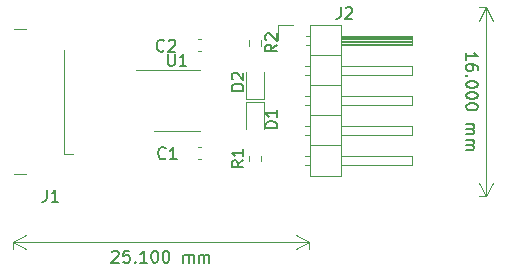
<source format=gto>
%TF.GenerationSoftware,KiCad,Pcbnew,(5.1.9)-1*%
%TF.CreationDate,2021-02-20T19:07:58+08:00*%
%TF.ProjectId,test,74657374-2e6b-4696-9361-645f70636258,rev?*%
%TF.SameCoordinates,Original*%
%TF.FileFunction,Legend,Top*%
%TF.FilePolarity,Positive*%
%FSLAX46Y46*%
G04 Gerber Fmt 4.6, Leading zero omitted, Abs format (unit mm)*
G04 Created by KiCad (PCBNEW (5.1.9)-1) date 2021-02-20 19:07:58*
%MOMM*%
%LPD*%
G01*
G04 APERTURE LIST*
%ADD10C,0.150000*%
%ADD11C,0.120000*%
%ADD12C,1.200000*%
%ADD13O,3.600000X2.000000*%
%ADD14O,1.800000X1.800000*%
G04 APERTURE END LIST*
D10*
X108307142Y-104717619D02*
X108354761Y-104670000D01*
X108450000Y-104622380D01*
X108688095Y-104622380D01*
X108783333Y-104670000D01*
X108830952Y-104717619D01*
X108878571Y-104812857D01*
X108878571Y-104908095D01*
X108830952Y-105050952D01*
X108259523Y-105622380D01*
X108878571Y-105622380D01*
X109783333Y-104622380D02*
X109307142Y-104622380D01*
X109259523Y-105098571D01*
X109307142Y-105050952D01*
X109402380Y-105003333D01*
X109640476Y-105003333D01*
X109735714Y-105050952D01*
X109783333Y-105098571D01*
X109830952Y-105193809D01*
X109830952Y-105431904D01*
X109783333Y-105527142D01*
X109735714Y-105574761D01*
X109640476Y-105622380D01*
X109402380Y-105622380D01*
X109307142Y-105574761D01*
X109259523Y-105527142D01*
X110259523Y-105527142D02*
X110307142Y-105574761D01*
X110259523Y-105622380D01*
X110211904Y-105574761D01*
X110259523Y-105527142D01*
X110259523Y-105622380D01*
X111259523Y-105622380D02*
X110688095Y-105622380D01*
X110973809Y-105622380D02*
X110973809Y-104622380D01*
X110878571Y-104765238D01*
X110783333Y-104860476D01*
X110688095Y-104908095D01*
X111878571Y-104622380D02*
X111973809Y-104622380D01*
X112069047Y-104670000D01*
X112116666Y-104717619D01*
X112164285Y-104812857D01*
X112211904Y-105003333D01*
X112211904Y-105241428D01*
X112164285Y-105431904D01*
X112116666Y-105527142D01*
X112069047Y-105574761D01*
X111973809Y-105622380D01*
X111878571Y-105622380D01*
X111783333Y-105574761D01*
X111735714Y-105527142D01*
X111688095Y-105431904D01*
X111640476Y-105241428D01*
X111640476Y-105003333D01*
X111688095Y-104812857D01*
X111735714Y-104717619D01*
X111783333Y-104670000D01*
X111878571Y-104622380D01*
X112830952Y-104622380D02*
X112926190Y-104622380D01*
X113021428Y-104670000D01*
X113069047Y-104717619D01*
X113116666Y-104812857D01*
X113164285Y-105003333D01*
X113164285Y-105241428D01*
X113116666Y-105431904D01*
X113069047Y-105527142D01*
X113021428Y-105574761D01*
X112926190Y-105622380D01*
X112830952Y-105622380D01*
X112735714Y-105574761D01*
X112688095Y-105527142D01*
X112640476Y-105431904D01*
X112592857Y-105241428D01*
X112592857Y-105003333D01*
X112640476Y-104812857D01*
X112688095Y-104717619D01*
X112735714Y-104670000D01*
X112830952Y-104622380D01*
X114354761Y-105622380D02*
X114354761Y-104955714D01*
X114354761Y-105050952D02*
X114402380Y-105003333D01*
X114497619Y-104955714D01*
X114640476Y-104955714D01*
X114735714Y-105003333D01*
X114783333Y-105098571D01*
X114783333Y-105622380D01*
X114783333Y-105098571D02*
X114830952Y-105003333D01*
X114926190Y-104955714D01*
X115069047Y-104955714D01*
X115164285Y-105003333D01*
X115211904Y-105098571D01*
X115211904Y-105622380D01*
X115688095Y-105622380D02*
X115688095Y-104955714D01*
X115688095Y-105050952D02*
X115735714Y-105003333D01*
X115830952Y-104955714D01*
X115973809Y-104955714D01*
X116069047Y-105003333D01*
X116116666Y-105098571D01*
X116116666Y-105622380D01*
X116116666Y-105098571D02*
X116164285Y-105003333D01*
X116259523Y-104955714D01*
X116402380Y-104955714D01*
X116497619Y-105003333D01*
X116545238Y-105098571D01*
X116545238Y-105622380D01*
D11*
X99900000Y-103900000D02*
X125000000Y-103900000D01*
X99900000Y-103900000D02*
X99900000Y-104486421D01*
X125000000Y-103900000D02*
X125000000Y-104486421D01*
X125000000Y-103900000D02*
X123873496Y-104486421D01*
X125000000Y-103900000D02*
X123873496Y-103313579D01*
X99900000Y-103900000D02*
X101026504Y-104486421D01*
X99900000Y-103900000D02*
X101026504Y-103313579D01*
D10*
X138277619Y-88428571D02*
X138277619Y-87857142D01*
X138277619Y-88142857D02*
X139277619Y-88142857D01*
X139134761Y-88047619D01*
X139039523Y-87952380D01*
X138991904Y-87857142D01*
X139277619Y-89285714D02*
X139277619Y-89095238D01*
X139230000Y-89000000D01*
X139182380Y-88952380D01*
X139039523Y-88857142D01*
X138849047Y-88809523D01*
X138468095Y-88809523D01*
X138372857Y-88857142D01*
X138325238Y-88904761D01*
X138277619Y-89000000D01*
X138277619Y-89190476D01*
X138325238Y-89285714D01*
X138372857Y-89333333D01*
X138468095Y-89380952D01*
X138706190Y-89380952D01*
X138801428Y-89333333D01*
X138849047Y-89285714D01*
X138896666Y-89190476D01*
X138896666Y-89000000D01*
X138849047Y-88904761D01*
X138801428Y-88857142D01*
X138706190Y-88809523D01*
X138372857Y-89809523D02*
X138325238Y-89857142D01*
X138277619Y-89809523D01*
X138325238Y-89761904D01*
X138372857Y-89809523D01*
X138277619Y-89809523D01*
X139277619Y-90476190D02*
X139277619Y-90571428D01*
X139230000Y-90666666D01*
X139182380Y-90714285D01*
X139087142Y-90761904D01*
X138896666Y-90809523D01*
X138658571Y-90809523D01*
X138468095Y-90761904D01*
X138372857Y-90714285D01*
X138325238Y-90666666D01*
X138277619Y-90571428D01*
X138277619Y-90476190D01*
X138325238Y-90380952D01*
X138372857Y-90333333D01*
X138468095Y-90285714D01*
X138658571Y-90238095D01*
X138896666Y-90238095D01*
X139087142Y-90285714D01*
X139182380Y-90333333D01*
X139230000Y-90380952D01*
X139277619Y-90476190D01*
X139277619Y-91428571D02*
X139277619Y-91523809D01*
X139230000Y-91619047D01*
X139182380Y-91666666D01*
X139087142Y-91714285D01*
X138896666Y-91761904D01*
X138658571Y-91761904D01*
X138468095Y-91714285D01*
X138372857Y-91666666D01*
X138325238Y-91619047D01*
X138277619Y-91523809D01*
X138277619Y-91428571D01*
X138325238Y-91333333D01*
X138372857Y-91285714D01*
X138468095Y-91238095D01*
X138658571Y-91190476D01*
X138896666Y-91190476D01*
X139087142Y-91238095D01*
X139182380Y-91285714D01*
X139230000Y-91333333D01*
X139277619Y-91428571D01*
X139277619Y-92380952D02*
X139277619Y-92476190D01*
X139230000Y-92571428D01*
X139182380Y-92619047D01*
X139087142Y-92666666D01*
X138896666Y-92714285D01*
X138658571Y-92714285D01*
X138468095Y-92666666D01*
X138372857Y-92619047D01*
X138325238Y-92571428D01*
X138277619Y-92476190D01*
X138277619Y-92380952D01*
X138325238Y-92285714D01*
X138372857Y-92238095D01*
X138468095Y-92190476D01*
X138658571Y-92142857D01*
X138896666Y-92142857D01*
X139087142Y-92190476D01*
X139182380Y-92238095D01*
X139230000Y-92285714D01*
X139277619Y-92380952D01*
X138277619Y-93904761D02*
X138944285Y-93904761D01*
X138849047Y-93904761D02*
X138896666Y-93952380D01*
X138944285Y-94047619D01*
X138944285Y-94190476D01*
X138896666Y-94285714D01*
X138801428Y-94333333D01*
X138277619Y-94333333D01*
X138801428Y-94333333D02*
X138896666Y-94380952D01*
X138944285Y-94476190D01*
X138944285Y-94619047D01*
X138896666Y-94714285D01*
X138801428Y-94761904D01*
X138277619Y-94761904D01*
X138277619Y-95238095D02*
X138944285Y-95238095D01*
X138849047Y-95238095D02*
X138896666Y-95285714D01*
X138944285Y-95380952D01*
X138944285Y-95523809D01*
X138896666Y-95619047D01*
X138801428Y-95666666D01*
X138277619Y-95666666D01*
X138801428Y-95666666D02*
X138896666Y-95714285D01*
X138944285Y-95809523D01*
X138944285Y-95952380D01*
X138896666Y-96047619D01*
X138801428Y-96095238D01*
X138277619Y-96095238D01*
D11*
X140000000Y-84000000D02*
X140000000Y-100000000D01*
X140000000Y-84000000D02*
X139413579Y-84000000D01*
X140000000Y-100000000D02*
X139413579Y-100000000D01*
X140000000Y-100000000D02*
X139413579Y-98873496D01*
X140000000Y-100000000D02*
X140586421Y-98873496D01*
X140000000Y-84000000D02*
X139413579Y-85126504D01*
X140000000Y-84000000D02*
X140586421Y-85126504D01*
%TO.C,D2*%
X119665000Y-89512500D02*
X119665000Y-91797500D01*
X119665000Y-91797500D02*
X121135000Y-91797500D01*
X121135000Y-91797500D02*
X121135000Y-89512500D01*
%TO.C,C1*%
X115865580Y-96810000D02*
X115584420Y-96810000D01*
X115865580Y-95790000D02*
X115584420Y-95790000D01*
%TO.C,C2*%
X115559420Y-86690000D02*
X115840580Y-86690000D01*
X115559420Y-87710000D02*
X115840580Y-87710000D01*
%TO.C,J1*%
X104220000Y-96400000D02*
X104220000Y-87600000D01*
X101050000Y-98145000D02*
X100000000Y-98145000D01*
X101050000Y-85855000D02*
X100000000Y-85855000D01*
X104220000Y-96400000D02*
X104975000Y-96400000D01*
%TO.C,D1*%
X121135000Y-94287500D02*
X121135000Y-92002500D01*
X121135000Y-92002500D02*
X119665000Y-92002500D01*
X119665000Y-92002500D02*
X119665000Y-94287500D01*
%TO.C,J2*%
X125040000Y-85470000D02*
X125040000Y-98290000D01*
X125040000Y-98290000D02*
X127700000Y-98290000D01*
X127700000Y-98290000D02*
X127700000Y-85470000D01*
X127700000Y-85470000D02*
X125040000Y-85470000D01*
X127700000Y-86420000D02*
X133700000Y-86420000D01*
X133700000Y-86420000D02*
X133700000Y-87180000D01*
X133700000Y-87180000D02*
X127700000Y-87180000D01*
X127700000Y-86480000D02*
X133700000Y-86480000D01*
X127700000Y-86600000D02*
X133700000Y-86600000D01*
X127700000Y-86720000D02*
X133700000Y-86720000D01*
X127700000Y-86840000D02*
X133700000Y-86840000D01*
X127700000Y-86960000D02*
X133700000Y-86960000D01*
X127700000Y-87080000D02*
X133700000Y-87080000D01*
X124710000Y-86420000D02*
X125040000Y-86420000D01*
X124710000Y-87180000D02*
X125040000Y-87180000D01*
X125040000Y-88070000D02*
X127700000Y-88070000D01*
X127700000Y-88960000D02*
X133700000Y-88960000D01*
X133700000Y-88960000D02*
X133700000Y-89720000D01*
X133700000Y-89720000D02*
X127700000Y-89720000D01*
X124642929Y-88960000D02*
X125040000Y-88960000D01*
X124642929Y-89720000D02*
X125040000Y-89720000D01*
X125040000Y-90610000D02*
X127700000Y-90610000D01*
X127700000Y-91500000D02*
X133700000Y-91500000D01*
X133700000Y-91500000D02*
X133700000Y-92260000D01*
X133700000Y-92260000D02*
X127700000Y-92260000D01*
X124642929Y-91500000D02*
X125040000Y-91500000D01*
X124642929Y-92260000D02*
X125040000Y-92260000D01*
X125040000Y-93150000D02*
X127700000Y-93150000D01*
X127700000Y-94040000D02*
X133700000Y-94040000D01*
X133700000Y-94040000D02*
X133700000Y-94800000D01*
X133700000Y-94800000D02*
X127700000Y-94800000D01*
X124642929Y-94040000D02*
X125040000Y-94040000D01*
X124642929Y-94800000D02*
X125040000Y-94800000D01*
X125040000Y-95690000D02*
X127700000Y-95690000D01*
X127700000Y-96580000D02*
X133700000Y-96580000D01*
X133700000Y-96580000D02*
X133700000Y-97340000D01*
X133700000Y-97340000D02*
X127700000Y-97340000D01*
X124642929Y-96580000D02*
X125040000Y-96580000D01*
X124642929Y-97340000D02*
X125040000Y-97340000D01*
X122330000Y-86800000D02*
X122330000Y-85530000D01*
X122330000Y-85530000D02*
X123600000Y-85530000D01*
%TO.C,R1*%
X119877500Y-97037258D02*
X119877500Y-96562742D01*
X120922500Y-97037258D02*
X120922500Y-96562742D01*
%TO.C,R2*%
X120922500Y-86762742D02*
X120922500Y-87237258D01*
X119877500Y-86762742D02*
X119877500Y-87237258D01*
%TO.C,U1*%
X113800000Y-94460000D02*
X115750000Y-94460000D01*
X113800000Y-94460000D02*
X111850000Y-94460000D01*
X113800000Y-89340000D02*
X115750000Y-89340000D01*
X113800000Y-89340000D02*
X110350000Y-89340000D01*
%TO.C,D2*%
D10*
X119422380Y-91050595D02*
X118422380Y-91050595D01*
X118422380Y-90812500D01*
X118470000Y-90669642D01*
X118565238Y-90574404D01*
X118660476Y-90526785D01*
X118850952Y-90479166D01*
X118993809Y-90479166D01*
X119184285Y-90526785D01*
X119279523Y-90574404D01*
X119374761Y-90669642D01*
X119422380Y-90812500D01*
X119422380Y-91050595D01*
X118517619Y-90098214D02*
X118470000Y-90050595D01*
X118422380Y-89955357D01*
X118422380Y-89717261D01*
X118470000Y-89622023D01*
X118517619Y-89574404D01*
X118612857Y-89526785D01*
X118708095Y-89526785D01*
X118850952Y-89574404D01*
X119422380Y-90145833D01*
X119422380Y-89526785D01*
%TO.C,C1*%
X112833333Y-96757142D02*
X112785714Y-96804761D01*
X112642857Y-96852380D01*
X112547619Y-96852380D01*
X112404761Y-96804761D01*
X112309523Y-96709523D01*
X112261904Y-96614285D01*
X112214285Y-96423809D01*
X112214285Y-96280952D01*
X112261904Y-96090476D01*
X112309523Y-95995238D01*
X112404761Y-95900000D01*
X112547619Y-95852380D01*
X112642857Y-95852380D01*
X112785714Y-95900000D01*
X112833333Y-95947619D01*
X113785714Y-96852380D02*
X113214285Y-96852380D01*
X113500000Y-96852380D02*
X113500000Y-95852380D01*
X113404761Y-95995238D01*
X113309523Y-96090476D01*
X113214285Y-96138095D01*
%TO.C,C2*%
X112708333Y-87657142D02*
X112660714Y-87704761D01*
X112517857Y-87752380D01*
X112422619Y-87752380D01*
X112279761Y-87704761D01*
X112184523Y-87609523D01*
X112136904Y-87514285D01*
X112089285Y-87323809D01*
X112089285Y-87180952D01*
X112136904Y-86990476D01*
X112184523Y-86895238D01*
X112279761Y-86800000D01*
X112422619Y-86752380D01*
X112517857Y-86752380D01*
X112660714Y-86800000D01*
X112708333Y-86847619D01*
X113089285Y-86847619D02*
X113136904Y-86800000D01*
X113232142Y-86752380D01*
X113470238Y-86752380D01*
X113565476Y-86800000D01*
X113613095Y-86847619D01*
X113660714Y-86942857D01*
X113660714Y-87038095D01*
X113613095Y-87180952D01*
X113041666Y-87752380D01*
X113660714Y-87752380D01*
%TO.C,J1*%
X102766666Y-99452380D02*
X102766666Y-100166666D01*
X102719047Y-100309523D01*
X102623809Y-100404761D01*
X102480952Y-100452380D01*
X102385714Y-100452380D01*
X103766666Y-100452380D02*
X103195238Y-100452380D01*
X103480952Y-100452380D02*
X103480952Y-99452380D01*
X103385714Y-99595238D01*
X103290476Y-99690476D01*
X103195238Y-99738095D01*
%TO.C,D1*%
X122282380Y-94225595D02*
X121282380Y-94225595D01*
X121282380Y-93987500D01*
X121330000Y-93844642D01*
X121425238Y-93749404D01*
X121520476Y-93701785D01*
X121710952Y-93654166D01*
X121853809Y-93654166D01*
X122044285Y-93701785D01*
X122139523Y-93749404D01*
X122234761Y-93844642D01*
X122282380Y-93987500D01*
X122282380Y-94225595D01*
X122282380Y-92701785D02*
X122282380Y-93273214D01*
X122282380Y-92987500D02*
X121282380Y-92987500D01*
X121425238Y-93082738D01*
X121520476Y-93177976D01*
X121568095Y-93273214D01*
%TO.C,J2*%
X127651666Y-83982380D02*
X127651666Y-84696666D01*
X127604047Y-84839523D01*
X127508809Y-84934761D01*
X127365952Y-84982380D01*
X127270714Y-84982380D01*
X128080238Y-84077619D02*
X128127857Y-84030000D01*
X128223095Y-83982380D01*
X128461190Y-83982380D01*
X128556428Y-84030000D01*
X128604047Y-84077619D01*
X128651666Y-84172857D01*
X128651666Y-84268095D01*
X128604047Y-84410952D01*
X128032619Y-84982380D01*
X128651666Y-84982380D01*
%TO.C,R1*%
X119422380Y-96966666D02*
X118946190Y-97300000D01*
X119422380Y-97538095D02*
X118422380Y-97538095D01*
X118422380Y-97157142D01*
X118470000Y-97061904D01*
X118517619Y-97014285D01*
X118612857Y-96966666D01*
X118755714Y-96966666D01*
X118850952Y-97014285D01*
X118898571Y-97061904D01*
X118946190Y-97157142D01*
X118946190Y-97538095D01*
X119422380Y-96014285D02*
X119422380Y-96585714D01*
X119422380Y-96300000D02*
X118422380Y-96300000D01*
X118565238Y-96395238D01*
X118660476Y-96490476D01*
X118708095Y-96585714D01*
%TO.C,R2*%
X122282380Y-87166666D02*
X121806190Y-87500000D01*
X122282380Y-87738095D02*
X121282380Y-87738095D01*
X121282380Y-87357142D01*
X121330000Y-87261904D01*
X121377619Y-87214285D01*
X121472857Y-87166666D01*
X121615714Y-87166666D01*
X121710952Y-87214285D01*
X121758571Y-87261904D01*
X121806190Y-87357142D01*
X121806190Y-87738095D01*
X121377619Y-86785714D02*
X121330000Y-86738095D01*
X121282380Y-86642857D01*
X121282380Y-86404761D01*
X121330000Y-86309523D01*
X121377619Y-86261904D01*
X121472857Y-86214285D01*
X121568095Y-86214285D01*
X121710952Y-86261904D01*
X122282380Y-86833333D01*
X122282380Y-86214285D01*
%TO.C,U1*%
X113038095Y-87952380D02*
X113038095Y-88761904D01*
X113085714Y-88857142D01*
X113133333Y-88904761D01*
X113228571Y-88952380D01*
X113419047Y-88952380D01*
X113514285Y-88904761D01*
X113561904Y-88857142D01*
X113609523Y-88761904D01*
X113609523Y-87952380D01*
X114609523Y-88952380D02*
X114038095Y-88952380D01*
X114323809Y-88952380D02*
X114323809Y-87952380D01*
X114228571Y-88095238D01*
X114133333Y-88190476D01*
X114038095Y-88238095D01*
%TD*%
%LPC*%
%TO.C,D2*%
G36*
G01*
X120681250Y-90012500D02*
X120118750Y-90012500D01*
G75*
G02*
X119875000Y-89768750I0J243750D01*
G01*
X119875000Y-89281250D01*
G75*
G02*
X120118750Y-89037500I243750J0D01*
G01*
X120681250Y-89037500D01*
G75*
G02*
X120925000Y-89281250I0J-243750D01*
G01*
X120925000Y-89768750D01*
G75*
G02*
X120681250Y-90012500I-243750J0D01*
G01*
G37*
G36*
G01*
X120681250Y-91587500D02*
X120118750Y-91587500D01*
G75*
G02*
X119875000Y-91343750I0J243750D01*
G01*
X119875000Y-90856250D01*
G75*
G02*
X120118750Y-90612500I243750J0D01*
G01*
X120681250Y-90612500D01*
G75*
G02*
X120925000Y-90856250I0J-243750D01*
G01*
X120925000Y-91343750D01*
G75*
G02*
X120681250Y-91587500I-243750J0D01*
G01*
G37*
%TD*%
%TO.C,C1*%
G36*
G01*
X115450000Y-96025000D02*
X115450000Y-96575000D01*
G75*
G02*
X115200000Y-96825000I-250000J0D01*
G01*
X114700000Y-96825000D01*
G75*
G02*
X114450000Y-96575000I0J250000D01*
G01*
X114450000Y-96025000D01*
G75*
G02*
X114700000Y-95775000I250000J0D01*
G01*
X115200000Y-95775000D01*
G75*
G02*
X115450000Y-96025000I0J-250000D01*
G01*
G37*
G36*
G01*
X117000000Y-96025000D02*
X117000000Y-96575000D01*
G75*
G02*
X116750000Y-96825000I-250000J0D01*
G01*
X116250000Y-96825000D01*
G75*
G02*
X116000000Y-96575000I0J250000D01*
G01*
X116000000Y-96025000D01*
G75*
G02*
X116250000Y-95775000I250000J0D01*
G01*
X116750000Y-95775000D01*
G75*
G02*
X117000000Y-96025000I0J-250000D01*
G01*
G37*
%TD*%
%TO.C,C2*%
G36*
G01*
X115975000Y-87475000D02*
X115975000Y-86925000D01*
G75*
G02*
X116225000Y-86675000I250000J0D01*
G01*
X116725000Y-86675000D01*
G75*
G02*
X116975000Y-86925000I0J-250000D01*
G01*
X116975000Y-87475000D01*
G75*
G02*
X116725000Y-87725000I-250000J0D01*
G01*
X116225000Y-87725000D01*
G75*
G02*
X115975000Y-87475000I0J250000D01*
G01*
G37*
G36*
G01*
X114425000Y-87475000D02*
X114425000Y-86925000D01*
G75*
G02*
X114675000Y-86675000I250000J0D01*
G01*
X115175000Y-86675000D01*
G75*
G02*
X115425000Y-86925000I0J-250000D01*
G01*
X115425000Y-87475000D01*
G75*
G02*
X115175000Y-87725000I-250000J0D01*
G01*
X114675000Y-87725000D01*
G75*
G02*
X114425000Y-87475000I0J250000D01*
G01*
G37*
%TD*%
D12*
%TO.C,J1*%
X103100000Y-89700000D03*
X103100000Y-94300000D03*
D13*
X103100000Y-86300000D03*
X103100000Y-97700000D03*
G36*
G01*
X107150000Y-87950000D02*
X107150000Y-89050000D01*
G75*
G02*
X107100000Y-89100000I-50000J0D01*
G01*
X104600000Y-89100000D01*
G75*
G02*
X104550000Y-89050000I0J50000D01*
G01*
X104550000Y-87950000D01*
G75*
G02*
X104600000Y-87900000I50000J0D01*
G01*
X107100000Y-87900000D01*
G75*
G02*
X107150000Y-87950000I0J-50000D01*
G01*
G37*
G36*
G01*
X107150000Y-94950000D02*
X107150000Y-96050000D01*
G75*
G02*
X107100000Y-96100000I-50000J0D01*
G01*
X104600000Y-96100000D01*
G75*
G02*
X104550000Y-96050000I0J50000D01*
G01*
X104550000Y-94950000D01*
G75*
G02*
X104600000Y-94900000I50000J0D01*
G01*
X107100000Y-94900000D01*
G75*
G02*
X107150000Y-94950000I0J-50000D01*
G01*
G37*
G36*
G01*
X107150000Y-90450000D02*
X107150000Y-91550000D01*
G75*
G02*
X107100000Y-91600000I-50000J0D01*
G01*
X104600000Y-91600000D01*
G75*
G02*
X104550000Y-91550000I0J50000D01*
G01*
X104550000Y-90450000D01*
G75*
G02*
X104600000Y-90400000I50000J0D01*
G01*
X107100000Y-90400000D01*
G75*
G02*
X107150000Y-90450000I0J-50000D01*
G01*
G37*
G36*
G01*
X107150000Y-92450000D02*
X107150000Y-93550000D01*
G75*
G02*
X107100000Y-93600000I-50000J0D01*
G01*
X104600000Y-93600000D01*
G75*
G02*
X104550000Y-93550000I0J50000D01*
G01*
X104550000Y-92450000D01*
G75*
G02*
X104600000Y-92400000I50000J0D01*
G01*
X107100000Y-92400000D01*
G75*
G02*
X107150000Y-92450000I0J-50000D01*
G01*
G37*
%TD*%
%TO.C,D1*%
G36*
G01*
X120118750Y-93787500D02*
X120681250Y-93787500D01*
G75*
G02*
X120925000Y-94031250I0J-243750D01*
G01*
X120925000Y-94518750D01*
G75*
G02*
X120681250Y-94762500I-243750J0D01*
G01*
X120118750Y-94762500D01*
G75*
G02*
X119875000Y-94518750I0J243750D01*
G01*
X119875000Y-94031250D01*
G75*
G02*
X120118750Y-93787500I243750J0D01*
G01*
G37*
G36*
G01*
X120118750Y-92212500D02*
X120681250Y-92212500D01*
G75*
G02*
X120925000Y-92456250I0J-243750D01*
G01*
X120925000Y-92943750D01*
G75*
G02*
X120681250Y-93187500I-243750J0D01*
G01*
X120118750Y-93187500D01*
G75*
G02*
X119875000Y-92943750I0J243750D01*
G01*
X119875000Y-92456250D01*
G75*
G02*
X120118750Y-92212500I243750J0D01*
G01*
G37*
%TD*%
D14*
%TO.C,J2*%
X123600000Y-96960000D03*
X123600000Y-94420000D03*
X123600000Y-91880000D03*
X123600000Y-89340000D03*
G36*
G01*
X122700000Y-87650000D02*
X122700000Y-85950000D01*
G75*
G02*
X122750000Y-85900000I50000J0D01*
G01*
X124450000Y-85900000D01*
G75*
G02*
X124500000Y-85950000I0J-50000D01*
G01*
X124500000Y-87650000D01*
G75*
G02*
X124450000Y-87700000I-50000J0D01*
G01*
X122750000Y-87700000D01*
G75*
G02*
X122700000Y-87650000I0J50000D01*
G01*
G37*
%TD*%
%TO.C,R1*%
G36*
G01*
X120700000Y-96425000D02*
X120100000Y-96425000D01*
G75*
G02*
X119875000Y-96200000I0J225000D01*
G01*
X119875000Y-95750000D01*
G75*
G02*
X120100000Y-95525000I225000J0D01*
G01*
X120700000Y-95525000D01*
G75*
G02*
X120925000Y-95750000I0J-225000D01*
G01*
X120925000Y-96200000D01*
G75*
G02*
X120700000Y-96425000I-225000J0D01*
G01*
G37*
G36*
G01*
X120700000Y-98075000D02*
X120100000Y-98075000D01*
G75*
G02*
X119875000Y-97850000I0J225000D01*
G01*
X119875000Y-97400000D01*
G75*
G02*
X120100000Y-97175000I225000J0D01*
G01*
X120700000Y-97175000D01*
G75*
G02*
X120925000Y-97400000I0J-225000D01*
G01*
X120925000Y-97850000D01*
G75*
G02*
X120700000Y-98075000I-225000J0D01*
G01*
G37*
%TD*%
%TO.C,R2*%
G36*
G01*
X120100000Y-87375000D02*
X120700000Y-87375000D01*
G75*
G02*
X120925000Y-87600000I0J-225000D01*
G01*
X120925000Y-88050000D01*
G75*
G02*
X120700000Y-88275000I-225000J0D01*
G01*
X120100000Y-88275000D01*
G75*
G02*
X119875000Y-88050000I0J225000D01*
G01*
X119875000Y-87600000D01*
G75*
G02*
X120100000Y-87375000I225000J0D01*
G01*
G37*
G36*
G01*
X120100000Y-85725000D02*
X120700000Y-85725000D01*
G75*
G02*
X120925000Y-85950000I0J-225000D01*
G01*
X120925000Y-86400000D01*
G75*
G02*
X120700000Y-86625000I-225000J0D01*
G01*
X120100000Y-86625000D01*
G75*
G02*
X119875000Y-86400000I0J225000D01*
G01*
X119875000Y-85950000D01*
G75*
G02*
X120100000Y-85725000I225000J0D01*
G01*
G37*
%TD*%
%TO.C,U1*%
G36*
G01*
X115250000Y-90170000D02*
X115250000Y-89820000D01*
G75*
G02*
X115425000Y-89645000I175000J0D01*
G01*
X117125000Y-89645000D01*
G75*
G02*
X117300000Y-89820000I0J-175000D01*
G01*
X117300000Y-90170000D01*
G75*
G02*
X117125000Y-90345000I-175000J0D01*
G01*
X115425000Y-90345000D01*
G75*
G02*
X115250000Y-90170000I0J175000D01*
G01*
G37*
G36*
G01*
X115250000Y-91440000D02*
X115250000Y-91090000D01*
G75*
G02*
X115425000Y-90915000I175000J0D01*
G01*
X117125000Y-90915000D01*
G75*
G02*
X117300000Y-91090000I0J-175000D01*
G01*
X117300000Y-91440000D01*
G75*
G02*
X117125000Y-91615000I-175000J0D01*
G01*
X115425000Y-91615000D01*
G75*
G02*
X115250000Y-91440000I0J175000D01*
G01*
G37*
G36*
G01*
X115250000Y-92710000D02*
X115250000Y-92360000D01*
G75*
G02*
X115425000Y-92185000I175000J0D01*
G01*
X117125000Y-92185000D01*
G75*
G02*
X117300000Y-92360000I0J-175000D01*
G01*
X117300000Y-92710000D01*
G75*
G02*
X117125000Y-92885000I-175000J0D01*
G01*
X115425000Y-92885000D01*
G75*
G02*
X115250000Y-92710000I0J175000D01*
G01*
G37*
G36*
G01*
X115250000Y-93980000D02*
X115250000Y-93630000D01*
G75*
G02*
X115425000Y-93455000I175000J0D01*
G01*
X117125000Y-93455000D01*
G75*
G02*
X117300000Y-93630000I0J-175000D01*
G01*
X117300000Y-93980000D01*
G75*
G02*
X117125000Y-94155000I-175000J0D01*
G01*
X115425000Y-94155000D01*
G75*
G02*
X115250000Y-93980000I0J175000D01*
G01*
G37*
G36*
G01*
X110300000Y-93980000D02*
X110300000Y-93630000D01*
G75*
G02*
X110475000Y-93455000I175000J0D01*
G01*
X112175000Y-93455000D01*
G75*
G02*
X112350000Y-93630000I0J-175000D01*
G01*
X112350000Y-93980000D01*
G75*
G02*
X112175000Y-94155000I-175000J0D01*
G01*
X110475000Y-94155000D01*
G75*
G02*
X110300000Y-93980000I0J175000D01*
G01*
G37*
G36*
G01*
X110300000Y-92710000D02*
X110300000Y-92360000D01*
G75*
G02*
X110475000Y-92185000I175000J0D01*
G01*
X112175000Y-92185000D01*
G75*
G02*
X112350000Y-92360000I0J-175000D01*
G01*
X112350000Y-92710000D01*
G75*
G02*
X112175000Y-92885000I-175000J0D01*
G01*
X110475000Y-92885000D01*
G75*
G02*
X110300000Y-92710000I0J175000D01*
G01*
G37*
G36*
G01*
X110300000Y-91440000D02*
X110300000Y-91090000D01*
G75*
G02*
X110475000Y-90915000I175000J0D01*
G01*
X112175000Y-90915000D01*
G75*
G02*
X112350000Y-91090000I0J-175000D01*
G01*
X112350000Y-91440000D01*
G75*
G02*
X112175000Y-91615000I-175000J0D01*
G01*
X110475000Y-91615000D01*
G75*
G02*
X110300000Y-91440000I0J175000D01*
G01*
G37*
G36*
G01*
X110300000Y-90170000D02*
X110300000Y-89820000D01*
G75*
G02*
X110475000Y-89645000I175000J0D01*
G01*
X112175000Y-89645000D01*
G75*
G02*
X112350000Y-89820000I0J-175000D01*
G01*
X112350000Y-90170000D01*
G75*
G02*
X112175000Y-90345000I-175000J0D01*
G01*
X110475000Y-90345000D01*
G75*
G02*
X110300000Y-90170000I0J175000D01*
G01*
G37*
%TD*%
M02*

</source>
